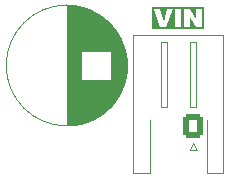
<source format=gbr>
%TF.GenerationSoftware,KiCad,Pcbnew,8.0.1*%
%TF.CreationDate,2025-01-30T00:04:43+09:00*%
%TF.ProjectId,Line-003-20241222,4c696e65-2d30-4303-932d-323032343132,rev?*%
%TF.SameCoordinates,Original*%
%TF.FileFunction,Legend,Top*%
%TF.FilePolarity,Positive*%
%FSLAX46Y46*%
G04 Gerber Fmt 4.6, Leading zero omitted, Abs format (unit mm)*
G04 Created by KiCad (PCBNEW 8.0.1) date 2025-01-30 00:04:43*
%MOMM*%
%LPD*%
G01*
G04 APERTURE LIST*
G04 Aperture macros list*
%AMRoundRect*
0 Rectangle with rounded corners*
0 $1 Rounding radius*
0 $2 $3 $4 $5 $6 $7 $8 $9 X,Y pos of 4 corners*
0 Add a 4 corners polygon primitive as box body*
4,1,4,$2,$3,$4,$5,$6,$7,$8,$9,$2,$3,0*
0 Add four circle primitives for the rounded corners*
1,1,$1+$1,$2,$3*
1,1,$1+$1,$4,$5*
1,1,$1+$1,$6,$7*
1,1,$1+$1,$8,$9*
0 Add four rect primitives between the rounded corners*
20,1,$1+$1,$2,$3,$4,$5,0*
20,1,$1+$1,$4,$5,$6,$7,0*
20,1,$1+$1,$6,$7,$8,$9,0*
20,1,$1+$1,$8,$9,$2,$3,0*%
%AMRotRect*
0 Rectangle, with rotation*
0 The origin of the aperture is its center*
0 $1 length*
0 $2 width*
0 $3 Rotation angle, in degrees counterclockwise*
0 Add horizontal line*
21,1,$1,$2,0,0,$3*%
G04 Aperture macros list end*
%ADD10C,0.100000*%
%ADD11C,0.120000*%
%ADD12R,2.000000X2.000000*%
%ADD13C,2.000000*%
%ADD14C,3.200000*%
%ADD15C,1.800000*%
%ADD16O,1.800000X1.800000*%
%ADD17R,1.800000X1.800000*%
%ADD18RoundRect,0.250000X0.600000X0.750000X-0.600000X0.750000X-0.600000X-0.750000X0.600000X-0.750000X0*%
%ADD19O,1.700000X2.000000*%
%ADD20RotRect,1.300000X1.300000X165.000000*%
%ADD21C,1.300000*%
%ADD22RotRect,1.300000X1.300000X247.500000*%
%ADD23RotRect,1.300000X1.300000X195.000000*%
%ADD24R,1.300000X1.300000*%
%ADD25RotRect,1.400000X1.400000X353.076000*%
%ADD26C,1.400000*%
%ADD27RotRect,1.400000X1.400000X89.998000*%
%ADD28R,1.400000X1.400000*%
%ADD29RotRect,1.300000X1.300000X187.500000*%
%ADD30RotRect,1.400000X1.400000X75.000000*%
%ADD31RotRect,1.300000X1.300000X225.000000*%
%ADD32RotRect,1.400000X1.400000X145.382000*%
%ADD33RotRect,1.400000X1.400000X67.500000*%
%ADD34RotRect,1.300000X1.300000X311.538000*%
%ADD35RotRect,1.400000X1.400000X76.152000*%
%ADD36RotRect,1.400000X1.400000X352.500000*%
%ADD37RotRect,1.300000X1.300000X345.000000*%
%ADD38RotRect,1.300000X1.300000X325.384000*%
%ADD39RotRect,1.400000X1.400000X186.920000*%
%ADD40RotRect,1.400000X1.400000X62.306000*%
%ADD41RotRect,1.300000X1.300000X315.000000*%
%ADD42RotRect,1.400000X1.400000X195.000000*%
%ADD43RotRect,1.400000X1.400000X112.500000*%
%ADD44RotRect,1.400000X1.400000X135.000000*%
%ADD45RotRect,1.400000X1.400000X165.000000*%
%ADD46RotRect,1.400000X1.400000X159.228000*%
%ADD47RotRect,1.400000X1.400000X105.000000*%
%ADD48RotRect,1.400000X1.400000X228.458000*%
%ADD49RotRect,1.300000X1.300000X15.000000*%
%ADD50RotRect,1.300000X1.300000X20.768000*%
%ADD51RotRect,1.300000X1.300000X214.612000*%
%ADD52RotRect,1.300000X1.300000X283.846000*%
%ADD53RotRect,1.400000X1.400000X117.690000*%
%ADD54RotRect,1.300000X1.300000X48.460000*%
%ADD55RotRect,1.400000X1.400000X173.074000*%
%ADD56RotRect,1.400000X1.400000X256.150000*%
%ADD57RotRect,1.400000X1.400000X187.500000*%
%ADD58RotRect,1.400000X1.400000X20.768000*%
%ADD59RotRect,1.300000X1.300000X62.306000*%
%ADD60RotRect,1.300000X1.300000X82.500000*%
%ADD61RotRect,1.400000X1.400000X6.922000*%
%ADD62RotRect,1.300000X1.300000X297.692000*%
%ADD63RotRect,1.300000X1.300000X97.500000*%
%ADD64RotRect,1.400000X1.400000X45.000000*%
%ADD65RotRect,1.300000X1.300000X117.690000*%
%ADD66RotRect,1.300000X1.300000X34.614000*%
%ADD67RotRect,1.400000X1.400000X200.766000*%
%ADD68RotRect,1.400000X1.400000X131.536000*%
%ADD69RotRect,1.300000X1.300000X75.000000*%
%ADD70RotRect,1.400000X1.400000X339.230000*%
%ADD71RotRect,1.300000X1.300000X186.920000*%
%ADD72RotRect,1.400000X1.400000X7.500000*%
%ADD73RotRect,1.300000X1.300000X352.500000*%
%ADD74RotRect,1.300000X1.300000X89.998000*%
%ADD75RotRect,1.400000X1.400000X48.460000*%
%ADD76RotRect,1.300000X1.300000X242.304000*%
%ADD77RotRect,1.400000X1.400000X345.000000*%
%ADD78RotRect,1.400000X1.400000X214.612000*%
%ADD79RotRect,1.300000X1.300000X228.458000*%
%ADD80RotRect,1.300000X1.300000X103.844000*%
%ADD81RotRect,1.300000X1.300000X105.000000*%
%ADD82RotRect,1.300000X1.300000X200.766000*%
%ADD83RotRect,1.300000X1.300000X159.228000*%
%ADD84RotRect,1.400000X1.400000X283.846000*%
%ADD85RotRect,1.400000X1.400000X34.614000*%
%ADD86RotRect,1.300000X1.300000X172.500000*%
%ADD87RotRect,1.300000X1.300000X173.074000*%
%ADD88RotRect,1.300000X1.300000X145.382000*%
%ADD89RotRect,1.400000X1.400000X97.500000*%
%ADD90RotRect,1.400000X1.400000X311.538000*%
%ADD91RotRect,1.300000X1.300000X131.536000*%
%ADD92RotRect,1.300000X1.300000X353.076000*%
%ADD93RotRect,1.300000X1.300000X7.500000*%
%ADD94RotRect,1.300000X1.300000X339.230000*%
%ADD95RotRect,1.400000X1.400000X15.000000*%
%ADD96RotRect,1.400000X1.400000X297.692000*%
%ADD97RotRect,1.300000X1.300000X292.500000*%
%ADD98RotRect,1.400000X1.400000X172.500000*%
%ADD99RotRect,1.300000X1.300000X256.150000*%
%ADD100RotRect,1.300000X1.300000X76.152000*%
%ADD101RotRect,1.400000X1.400000X82.500000*%
%ADD102RotRect,1.400000X1.400000X103.844000*%
%ADD103RotRect,1.300000X1.300000X6.922000*%
%ADD104RotRect,1.400000X1.400000X325.384000*%
%ADD105RotRect,1.400000X1.400000X242.304000*%
G04 APERTURE END LIST*
D10*
G36*
X2119022Y-47289167D02*
G01*
X-2260071Y-47289167D01*
X-2260071Y-45621871D01*
X-2093404Y-45621871D01*
X-1522609Y-47122500D01*
X-1016660Y-47122500D01*
X-456122Y-45621871D01*
X-292724Y-45621871D01*
X-292724Y-47122500D01*
X174756Y-47122500D01*
X174756Y-45621871D01*
X507781Y-45621871D01*
X507781Y-47122500D01*
X946685Y-47122500D01*
X946685Y-46281327D01*
X1512718Y-47122500D01*
X1952355Y-47122500D01*
X1952355Y-45621871D01*
X1512718Y-45621871D01*
X1512718Y-46467440D01*
X943754Y-45621871D01*
X507781Y-45621871D01*
X174756Y-45621871D01*
X-292724Y-45621871D01*
X-456122Y-45621871D01*
X-930198Y-45621871D01*
X-1265055Y-46701913D01*
X-1605041Y-45621871D01*
X-2093404Y-45621871D01*
X-2260071Y-45621871D01*
X-2260071Y-45455204D01*
X2119022Y-45455204D01*
X2119022Y-47289167D01*
G37*
D11*
%TO.C,C20*%
X-9467677Y-45320000D02*
X-9467677Y-55480000D01*
X-9427677Y-45320000D02*
X-9427677Y-55480000D01*
X-9387677Y-45320000D02*
X-9387677Y-55480000D01*
X-9347677Y-45321000D02*
X-9347677Y-55479000D01*
X-9307677Y-45322000D02*
X-9307677Y-55478000D01*
X-9267677Y-45323000D02*
X-9267677Y-55477000D01*
X-9227677Y-45325000D02*
X-9227677Y-55475000D01*
X-9187677Y-45327000D02*
X-9187677Y-55473000D01*
X-9147677Y-45330000D02*
X-9147677Y-55470000D01*
X-9107677Y-45332000D02*
X-9107677Y-55468000D01*
X-9067677Y-45335000D02*
X-9067677Y-55465000D01*
X-9027677Y-45338000D02*
X-9027677Y-55462000D01*
X-8987677Y-45342000D02*
X-8987677Y-55458000D01*
X-8947677Y-45346000D02*
X-8947677Y-55454000D01*
X-8907677Y-45350000D02*
X-8907677Y-55450000D01*
X-8867677Y-45355000D02*
X-8867677Y-55445000D01*
X-8827677Y-45360000D02*
X-8827677Y-55440000D01*
X-8787677Y-45365000D02*
X-8787677Y-55435000D01*
X-8746677Y-45370000D02*
X-8746677Y-55430000D01*
X-8706677Y-45376000D02*
X-8706677Y-55424000D01*
X-8666677Y-45382000D02*
X-8666677Y-55418000D01*
X-8626677Y-45389000D02*
X-8626677Y-55411000D01*
X-8586677Y-45396000D02*
X-8586677Y-55404000D01*
X-8546677Y-45403000D02*
X-8546677Y-55397000D01*
X-8506677Y-45410000D02*
X-8506677Y-55390000D01*
X-8466677Y-45418000D02*
X-8466677Y-55382000D01*
X-8426677Y-45426000D02*
X-8426677Y-55374000D01*
X-8386677Y-45435000D02*
X-8386677Y-55365000D01*
X-8346677Y-45444000D02*
X-8346677Y-55356000D01*
X-8306677Y-45453000D02*
X-8306677Y-55347000D01*
X-8266677Y-45462000D02*
X-8266677Y-55338000D01*
X-8226677Y-45472000D02*
X-8226677Y-55328000D01*
X-8186677Y-45482000D02*
X-8186677Y-49159000D01*
X-8186677Y-51641000D02*
X-8186677Y-55318000D01*
X-8146677Y-45493000D02*
X-8146677Y-49159000D01*
X-8146677Y-51641000D02*
X-8146677Y-55307000D01*
X-8106677Y-45503000D02*
X-8106677Y-49159000D01*
X-8106677Y-51641000D02*
X-8106677Y-55297000D01*
X-8066677Y-45515000D02*
X-8066677Y-49159000D01*
X-8066677Y-51641000D02*
X-8066677Y-55285000D01*
X-8026677Y-45526000D02*
X-8026677Y-49159000D01*
X-8026677Y-51641000D02*
X-8026677Y-55274000D01*
X-7986677Y-45538000D02*
X-7986677Y-49159000D01*
X-7986677Y-51641000D02*
X-7986677Y-55262000D01*
X-7946677Y-45550000D02*
X-7946677Y-49159000D01*
X-7946677Y-51641000D02*
X-7946677Y-55250000D01*
X-7906677Y-45563000D02*
X-7906677Y-49159000D01*
X-7906677Y-51641000D02*
X-7906677Y-55237000D01*
X-7866677Y-45576000D02*
X-7866677Y-49159000D01*
X-7866677Y-51641000D02*
X-7866677Y-55224000D01*
X-7826677Y-45589000D02*
X-7826677Y-49159000D01*
X-7826677Y-51641000D02*
X-7826677Y-55211000D01*
X-7786677Y-45603000D02*
X-7786677Y-49159000D01*
X-7786677Y-51641000D02*
X-7786677Y-55197000D01*
X-7746677Y-45617000D02*
X-7746677Y-49159000D01*
X-7746677Y-51641000D02*
X-7746677Y-55183000D01*
X-7706677Y-45632000D02*
X-7706677Y-49159000D01*
X-7706677Y-51641000D02*
X-7706677Y-55168000D01*
X-7666677Y-45646000D02*
X-7666677Y-49159000D01*
X-7666677Y-51641000D02*
X-7666677Y-55154000D01*
X-7626677Y-45662000D02*
X-7626677Y-49159000D01*
X-7626677Y-51641000D02*
X-7626677Y-55138000D01*
X-7586677Y-45677000D02*
X-7586677Y-49159000D01*
X-7586677Y-51641000D02*
X-7586677Y-55123000D01*
X-7546677Y-45693000D02*
X-7546677Y-49159000D01*
X-7546677Y-51641000D02*
X-7546677Y-55107000D01*
X-7506677Y-45710000D02*
X-7506677Y-49159000D01*
X-7506677Y-51641000D02*
X-7506677Y-55090000D01*
X-7466677Y-45726000D02*
X-7466677Y-49159000D01*
X-7466677Y-51641000D02*
X-7466677Y-55074000D01*
X-7426677Y-45743000D02*
X-7426677Y-49159000D01*
X-7426677Y-51641000D02*
X-7426677Y-55057000D01*
X-7386677Y-45761000D02*
X-7386677Y-49159000D01*
X-7386677Y-51641000D02*
X-7386677Y-55039000D01*
X-7346677Y-45779000D02*
X-7346677Y-49159000D01*
X-7346677Y-51641000D02*
X-7346677Y-55021000D01*
X-7306677Y-45797000D02*
X-7306677Y-49159000D01*
X-7306677Y-51641000D02*
X-7306677Y-55003000D01*
X-7266677Y-45816000D02*
X-7266677Y-49159000D01*
X-7266677Y-51641000D02*
X-7266677Y-54984000D01*
X-7226677Y-45836000D02*
X-7226677Y-49159000D01*
X-7226677Y-51641000D02*
X-7226677Y-54964000D01*
X-7186677Y-45855000D02*
X-7186677Y-49159000D01*
X-7186677Y-51641000D02*
X-7186677Y-54945000D01*
X-7146677Y-45875000D02*
X-7146677Y-49159000D01*
X-7146677Y-51641000D02*
X-7146677Y-54925000D01*
X-7106677Y-45896000D02*
X-7106677Y-49159000D01*
X-7106677Y-51641000D02*
X-7106677Y-54904000D01*
X-7066677Y-45917000D02*
X-7066677Y-49159000D01*
X-7066677Y-51641000D02*
X-7066677Y-54883000D01*
X-7026677Y-45938000D02*
X-7026677Y-49159000D01*
X-7026677Y-51641000D02*
X-7026677Y-54862000D01*
X-6986677Y-45960000D02*
X-6986677Y-49159000D01*
X-6986677Y-51641000D02*
X-6986677Y-54840000D01*
X-6946677Y-45983000D02*
X-6946677Y-49159000D01*
X-6946677Y-51641000D02*
X-6946677Y-54817000D01*
X-6906677Y-46005000D02*
X-6906677Y-49159000D01*
X-6906677Y-51641000D02*
X-6906677Y-54795000D01*
X-6866677Y-46029000D02*
X-6866677Y-49159000D01*
X-6866677Y-51641000D02*
X-6866677Y-54771000D01*
X-6826677Y-46053000D02*
X-6826677Y-49159000D01*
X-6826677Y-51641000D02*
X-6826677Y-54747000D01*
X-6786677Y-46077000D02*
X-6786677Y-49159000D01*
X-6786677Y-51641000D02*
X-6786677Y-54723000D01*
X-6746677Y-46102000D02*
X-6746677Y-49159000D01*
X-6746677Y-51641000D02*
X-6746677Y-54698000D01*
X-6706677Y-46127000D02*
X-6706677Y-49159000D01*
X-6706677Y-51641000D02*
X-6706677Y-54673000D01*
X-6666677Y-46153000D02*
X-6666677Y-49159000D01*
X-6666677Y-51641000D02*
X-6666677Y-54647000D01*
X-6626677Y-46179000D02*
X-6626677Y-49159000D01*
X-6626677Y-51641000D02*
X-6626677Y-54621000D01*
X-6586677Y-46206000D02*
X-6586677Y-49159000D01*
X-6586677Y-51641000D02*
X-6586677Y-54594000D01*
X-6546677Y-46234000D02*
X-6546677Y-49159000D01*
X-6546677Y-51641000D02*
X-6546677Y-54566000D01*
X-6506677Y-46262000D02*
X-6506677Y-49159000D01*
X-6506677Y-51641000D02*
X-6506677Y-54538000D01*
X-6466677Y-46290000D02*
X-6466677Y-49159000D01*
X-6466677Y-51641000D02*
X-6466677Y-54510000D01*
X-6426677Y-46320000D02*
X-6426677Y-49159000D01*
X-6426677Y-51641000D02*
X-6426677Y-54480000D01*
X-6386677Y-46350000D02*
X-6386677Y-49159000D01*
X-6386677Y-51641000D02*
X-6386677Y-54450000D01*
X-6346677Y-46380000D02*
X-6346677Y-49159000D01*
X-6346677Y-51641000D02*
X-6346677Y-54420000D01*
X-6306677Y-46411000D02*
X-6306677Y-49159000D01*
X-6306677Y-51641000D02*
X-6306677Y-54389000D01*
X-6266677Y-46443000D02*
X-6266677Y-49159000D01*
X-6266677Y-51641000D02*
X-6266677Y-54357000D01*
X-6226677Y-46475000D02*
X-6226677Y-49159000D01*
X-6226677Y-51641000D02*
X-6226677Y-54325000D01*
X-6186677Y-46508000D02*
X-6186677Y-49159000D01*
X-6186677Y-51641000D02*
X-6186677Y-54292000D01*
X-6146677Y-46542000D02*
X-6146677Y-49159000D01*
X-6146677Y-51641000D02*
X-6146677Y-54258000D01*
X-6106677Y-46576000D02*
X-6106677Y-49159000D01*
X-6106677Y-51641000D02*
X-6106677Y-54224000D01*
X-6066677Y-46611000D02*
X-6066677Y-49159000D01*
X-6066677Y-51641000D02*
X-6066677Y-54189000D01*
X-6026677Y-46647000D02*
X-6026677Y-49159000D01*
X-6026677Y-51641000D02*
X-6026677Y-54153000D01*
X-5986677Y-46684000D02*
X-5986677Y-49159000D01*
X-5986677Y-51641000D02*
X-5986677Y-54116000D01*
X-5946677Y-46721000D02*
X-5946677Y-49159000D01*
X-5946677Y-51641000D02*
X-5946677Y-54079000D01*
X-5906677Y-46760000D02*
X-5906677Y-49159000D01*
X-5906677Y-51641000D02*
X-5906677Y-54040000D01*
X-5866677Y-46799000D02*
X-5866677Y-49159000D01*
X-5866677Y-51641000D02*
X-5866677Y-54001000D01*
X-5826677Y-46839000D02*
X-5826677Y-49159000D01*
X-5826677Y-51641000D02*
X-5826677Y-53961000D01*
X-5786677Y-46880000D02*
X-5786677Y-49159000D01*
X-5786677Y-51641000D02*
X-5786677Y-53920000D01*
X-5746677Y-46922000D02*
X-5746677Y-49159000D01*
X-5746677Y-51641000D02*
X-5746677Y-53878000D01*
X-5706677Y-46964000D02*
X-5706677Y-53836000D01*
X-5666677Y-47008000D02*
X-5666677Y-53792000D01*
X-5626677Y-47053000D02*
X-5626677Y-53747000D01*
X-5586677Y-47099000D02*
X-5586677Y-53701000D01*
X-5546677Y-47146000D02*
X-5546677Y-53654000D01*
X-5506677Y-47194000D02*
X-5506677Y-53606000D01*
X-5466677Y-47244000D02*
X-5466677Y-53556000D01*
X-5426677Y-47294000D02*
X-5426677Y-53506000D01*
X-5386677Y-47346000D02*
X-5386677Y-53454000D01*
X-5346677Y-47400000D02*
X-5346677Y-53400000D01*
X-5306677Y-47455000D02*
X-5306677Y-53345000D01*
X-5266677Y-47511000D02*
X-5266677Y-53289000D01*
X-5226677Y-47570000D02*
X-5226677Y-53230000D01*
X-5186677Y-47630000D02*
X-5186677Y-53170000D01*
X-5146677Y-47691000D02*
X-5146677Y-53109000D01*
X-5106677Y-47755000D02*
X-5106677Y-53045000D01*
X-5066677Y-47821000D02*
X-5066677Y-52979000D01*
X-5026677Y-47890000D02*
X-5026677Y-52910000D01*
X-4986677Y-47961000D02*
X-4986677Y-52839000D01*
X-4946677Y-48035000D02*
X-4946677Y-52765000D01*
X-4906677Y-48111000D02*
X-4906677Y-52689000D01*
X-4866677Y-48191000D02*
X-4866677Y-52609000D01*
X-4826677Y-48275000D02*
X-4826677Y-52525000D01*
X-4786677Y-48363000D02*
X-4786677Y-52437000D01*
X-4746677Y-48456000D02*
X-4746677Y-52344000D01*
X-4706677Y-48554000D02*
X-4706677Y-52246000D01*
X-4666677Y-48658000D02*
X-4666677Y-52142000D01*
X-4626677Y-48770000D02*
X-4626677Y-52030000D01*
X-4586677Y-48890000D02*
X-4586677Y-51910000D01*
X-4546677Y-49022000D02*
X-4546677Y-51778000D01*
X-4506677Y-49170000D02*
X-4506677Y-51630000D01*
X-4466677Y-49338000D02*
X-4466677Y-51462000D01*
X-4426677Y-49538000D02*
X-4426677Y-51262000D01*
X-4386677Y-49801000D02*
X-4386677Y-50999000D01*
X-4347677Y-50400000D02*
G75*
G02*
X-14587677Y-50400000I-5120000J0D01*
G01*
X-14587677Y-50400000D02*
G75*
G02*
X-4347677Y-50400000I5120000J0D01*
G01*
%TO.C,J1*%
X-3810000Y-47790000D02*
X-3810000Y-59510000D01*
X-3810000Y-59510000D02*
X-2390000Y-59510000D01*
X-2390000Y-59510000D02*
X-2390000Y-55010000D01*
X-1500000Y-48400000D02*
X-1500000Y-53900000D01*
X-1500000Y-53900000D02*
X-1000000Y-53900000D01*
X-1000000Y-48400000D02*
X-1500000Y-48400000D01*
X-1000000Y-53900000D02*
X-1000000Y-48400000D01*
X0Y-47790000D02*
X-3810000Y-47790000D01*
X0Y-47790000D02*
X3810000Y-47790000D01*
X950000Y-57600000D02*
X1250000Y-57000000D01*
X1000000Y-48400000D02*
X1000000Y-53900000D01*
X1000000Y-53900000D02*
X1500000Y-53900000D01*
X1250000Y-57000000D02*
X1550000Y-57600000D01*
X1500000Y-48400000D02*
X1000000Y-48400000D01*
X1500000Y-53900000D02*
X1500000Y-48400000D01*
X1550000Y-57600000D02*
X950000Y-57600000D01*
X2390000Y-59510000D02*
X2390000Y-55010000D01*
X3810000Y-47790000D02*
X3810000Y-59510000D01*
X3810000Y-59510000D02*
X2390000Y-59510000D01*
%TD*%
%LPC*%
D12*
%TO.C,C20*%
X-11967677Y-50400000D03*
D13*
X-6967677Y-50400000D03*
%TD*%
D14*
%TO.C,REF\u002A\u002A*%
X-47070669Y24999019D03*
%TD*%
%TO.C,REF\u002A\u002A*%
X79994425Y25636949D03*
%TD*%
D15*
%TO.C,U62*%
X-85777521Y-15240879D03*
X-85777521Y-17780879D03*
D16*
X-88317521Y-15240879D03*
X-88317521Y-17780879D03*
D15*
X-42597521Y-879D03*
X-80697521Y17779121D03*
X-80697521Y15239121D03*
X-78157521Y17779121D03*
X-78157521Y15239121D03*
X-75617521Y17779121D03*
X-75617521Y15239121D03*
X-73077521Y17779121D03*
X-73077521Y15239121D03*
X-70537521Y17779121D03*
X-70537521Y15239121D03*
X-67997521Y17779121D03*
X-67997521Y15239121D03*
X-65457521Y17779121D03*
X-65457521Y15239121D03*
X-62917521Y17779121D03*
X-62917521Y15239121D03*
X-83237521Y-15240879D03*
X-78157521Y-15240879D03*
X-78157521Y-17780879D03*
X-75617521Y-15240879D03*
X-75617521Y-17780879D03*
X-73077521Y-15240879D03*
X-73077521Y-17780879D03*
X-70537521Y-15240879D03*
X-70537521Y-17780879D03*
X-67997521Y-15240879D03*
X-67997521Y-17780879D03*
X-65457521Y-15240879D03*
X-65457521Y-17780879D03*
X-62917521Y-15240879D03*
X-62917521Y-17780879D03*
X-60377521Y-15240879D03*
X-60377521Y-17780879D03*
X-57837521Y-15240879D03*
X-57837521Y-17780879D03*
X-55297521Y-15240879D03*
X-55297521Y-17780879D03*
X-52757521Y-15240879D03*
X-52757521Y-17780879D03*
X-50217521Y-15240879D03*
X-50217521Y-17780879D03*
X-47677521Y-15240879D03*
X-47677521Y-17780879D03*
X-45137521Y-15240879D03*
X-45137521Y-17780879D03*
X-42597521Y-15240879D03*
X-42597521Y-17780879D03*
X-60377521Y17779121D03*
X-60377521Y15239121D03*
X-57837521Y17779121D03*
X-57837521Y15239121D03*
X-55297521Y17779121D03*
X-55297521Y15239121D03*
X-52757521Y17779121D03*
X-52757521Y15239121D03*
X-50217521Y17779121D03*
X-50217521Y15239121D03*
X-47677521Y17779121D03*
X-47677521Y15239121D03*
X-45137521Y17779121D03*
X-45137521Y15239121D03*
X-42597521Y17779121D03*
X-42597521Y15239121D03*
X-42597521Y12699121D03*
X-45137521Y12699121D03*
X-42597521Y10159121D03*
X-45137521Y10159121D03*
X-42597521Y7619121D03*
X-45137521Y7619121D03*
D17*
X-90857521Y-15240879D03*
X-90857521Y-17780879D03*
X-42597521Y-5080879D03*
D15*
X-45137521Y-879D03*
X-42597521Y-2540879D03*
X-45137521Y-5080879D03*
X-83237521Y-17780879D03*
X-80697521Y-15240879D03*
X-45137521Y-2540879D03*
X-80697521Y-17780879D03*
X-93397521Y-15240879D03*
X-93397521Y-17780879D03*
%TD*%
D14*
%TO.C,REF\u002A\u002A*%
X47075818Y-25000968D03*
%TD*%
%TO.C,REF\u002A\u002A*%
X87393986Y-31808854D03*
%TD*%
%TO.C,REF\u002A\u002A*%
X87393986Y31806892D03*
%TD*%
%TO.C,REF\u002A\u002A*%
X-47070669Y-25000981D03*
%TD*%
%TO.C,REF\u002A\u002A*%
X-79989281Y-25638911D03*
%TD*%
%TO.C,REF\u002A\u002A*%
X-87388842Y31806892D03*
%TD*%
%TO.C,REF\u002A\u002A*%
X25640502Y-79992834D03*
%TD*%
%TO.C,REF\u002A\u002A*%
X31810445Y-87392395D03*
%TD*%
D18*
%TO.C,J1*%
X1250000Y-55500000D03*
D19*
X-1250000Y-55500000D03*
%TD*%
D14*
%TO.C,REF\u002A\u002A*%
X30316322Y92112824D03*
%TD*%
%TO.C,REF\u002A\u002A*%
X79994425Y-25638911D03*
%TD*%
%TO.C,REF\u002A\u002A*%
X-87388828Y-31808881D03*
%TD*%
D13*
%TO.C,J2*%
X-37997528Y5999123D03*
X-37997528Y1999123D03*
X-37997528Y-2000877D03*
X-37997528Y-6000877D03*
%TD*%
D14*
%TO.C,REF\u002A\u002A*%
X-37686219Y-37689772D03*
%TD*%
%TO.C,REF\u002A\u002A*%
X-79989281Y25636949D03*
%TD*%
%TO.C,REF\u002A\u002A*%
X-25635358Y-79992831D03*
%TD*%
%TO.C,REF\u002A\u002A*%
X-30311177Y92112824D03*
%TD*%
%TO.C,REF\u002A\u002A*%
X37691364Y37687811D03*
%TD*%
%TO.C,REF\u002A\u002A*%
X-31805301Y-87392395D03*
%TD*%
%TO.C,REF\u002A\u002A*%
X-81767428Y11429019D03*
%TD*%
%TO.C,REF\u002A\u002A*%
X37691363Y-37689772D03*
%TD*%
%TO.C,REF\u002A\u002A*%
X-37686220Y37687811D03*
%TD*%
%TO.C,REF\u002A\u002A*%
X47075813Y24999019D03*
%TD*%
D20*
%TO.C,U42*%
X91021644Y-24389396D03*
D21*
X93475096Y-25046796D03*
%TD*%
D22*
%TO.C,U30*%
X-13877473Y80661453D03*
D21*
X-12905457Y83008107D03*
%TD*%
D23*
%TO.C,U46*%
X91021644Y24387642D03*
D21*
X93475096Y25045042D03*
%TD*%
D24*
%TO.C,U34*%
X-94228664Y-876D03*
D21*
X-96768664Y-876D03*
%TD*%
D25*
%TO.C,D7*%
X-63798795Y7747041D03*
D26*
X-61277319Y7440837D03*
%TD*%
D27*
%TO.C,D14*%
X236Y-64270878D03*
D26*
X324Y-61730878D03*
%TD*%
D28*
%TO.C,D39*%
X2454Y-91770877D03*
D26*
X2454Y-89230877D03*
%TD*%
D29*
%TO.C,U45*%
X93426303Y12298607D03*
D21*
X95944573Y12630143D03*
%TD*%
D28*
%TO.C,D44*%
X91772454Y-877D03*
D26*
X89232454Y-877D03*
%TD*%
D30*
%TO.C,D37*%
X-23749370Y-88643890D03*
D26*
X-23091970Y-86190438D03*
%TD*%
D31*
%TO.C,U31*%
X-25644309Y88523801D03*
D21*
X-23848257Y90319853D03*
%TD*%
D28*
%TO.C,D34*%
X-91768664Y-876D03*
D26*
X-89228664Y-876D03*
%TD*%
D32*
%TO.C,D18*%
X52893985Y-36512814D03*
D26*
X50803671Y-35069834D03*
%TD*%
D33*
%TO.C,D30*%
X-15790891Y76042055D03*
D26*
X-14818875Y78388709D03*
%TD*%
D34*
%TO.C,U4*%
X-44247293Y49947600D03*
D21*
X-45931609Y51848830D03*
%TD*%
D35*
%TO.C,D13*%
X-15380349Y-62402813D03*
D26*
X-14772407Y-59936641D03*
%TD*%
D36*
%TO.C,D33*%
X-90982441Y11977512D03*
D26*
X-88464171Y11645976D03*
%TD*%
D37*
%TO.C,U32*%
X-91016736Y24387642D03*
D21*
X-93470188Y25045042D03*
%TD*%
D38*
%TO.C,U5*%
X-54914826Y37906671D03*
D21*
X-57005190Y39349577D03*
%TD*%
D39*
%TO.C,D21*%
X63804293Y7742587D03*
D26*
X61282797Y7436559D03*
%TD*%
D40*
%TO.C,D12*%
X-29866960Y-56908255D03*
D26*
X-28686496Y-54659231D03*
%TD*%
D41*
%TO.C,U27*%
X25649217Y88523801D03*
D21*
X23853165Y90319853D03*
%TD*%
D42*
%TO.C,D46*%
X88645467Y23750947D03*
D26*
X86192015Y23093547D03*
%TD*%
D43*
%TO.C,D28*%
X15795800Y76042055D03*
D26*
X14823784Y78388709D03*
%TD*%
D44*
%TO.C,D27*%
X29184751Y84988267D03*
D26*
X27388699Y86784319D03*
%TD*%
D45*
%TO.C,D42*%
X88645467Y-23752701D03*
D26*
X86192015Y-23095301D03*
%TD*%
D46*
%TO.C,D19*%
X60094871Y-22794239D03*
D26*
X57719973Y-21893427D03*
%TD*%
D47*
%TO.C,D41*%
X23754278Y-88643890D03*
D26*
X23096878Y-86190438D03*
%TD*%
D48*
%TO.C,D24*%
X42624342Y48103275D03*
D26*
X40939894Y46202161D03*
%TD*%
D49*
%TO.C,U36*%
X-91016737Y-24389396D03*
D21*
X-93470189Y-25046796D03*
%TD*%
D50*
%TO.C,U9*%
X-62391663Y-23662322D03*
D21*
X-64766623Y-24562968D03*
%TD*%
D51*
%TO.C,U23*%
X54922431Y37902837D03*
D21*
X57012895Y39345597D03*
%TD*%
D52*
%TO.C,U2*%
X-15966880Y64790111D03*
D21*
X-16574736Y67256305D03*
%TD*%
D53*
%TO.C,D16*%
X29867945Y-56910340D03*
D26*
X28687639Y-54661234D03*
%TD*%
D24*
%TO.C,U1*%
X2479Y66729121D03*
D21*
X2479Y69269121D03*
%TD*%
D54*
%TO.C,U11*%
X-44249037Y-49947813D03*
D21*
X-45933419Y-51848985D03*
%TD*%
D55*
%TO.C,D20*%
X63803482Y-7751026D03*
D26*
X61282018Y-7444734D03*
%TD*%
D56*
%TO.C,D26*%
X15387485Y62400519D03*
D26*
X14779457Y59934367D03*
%TD*%
D57*
%TO.C,D45*%
X90987348Y11977512D03*
D26*
X88469078Y11645976D03*
%TD*%
D58*
%TO.C,D9*%
X-60091504Y-22790044D03*
D26*
X-57716544Y-21889398D03*
%TD*%
D59*
%TO.C,U12*%
X-31010243Y-59086443D03*
D21*
X-32190707Y-61335467D03*
%TD*%
D60*
%TO.C,U38*%
X-12297029Y-93424726D03*
D21*
X-12628565Y-95942996D03*
%TD*%
D61*
%TO.C,D8*%
X-63799065Y-7746572D03*
D26*
X-61277579Y-7440456D03*
%TD*%
D62*
%TO.C,U3*%
X-31008181Y59085768D03*
D21*
X-32188565Y61334832D03*
%TD*%
D63*
%TO.C,U40*%
X12301938Y-93424726D03*
D21*
X12633474Y-95942996D03*
%TD*%
D64*
%TO.C,D31*%
X-29179843Y84988267D03*
D26*
X-27383791Y86784319D03*
%TD*%
D65*
%TO.C,U16*%
X31011076Y-59088608D03*
D21*
X32191382Y-61337714D03*
%TD*%
D66*
%TO.C,U10*%
X-54916150Y-37906512D03*
D21*
X-57006564Y-39349346D03*
%TD*%
D67*
%TO.C,D22*%
X60097257Y22786188D03*
D26*
X57722265Y21885626D03*
%TD*%
D68*
%TO.C,D17*%
X42619305Y-48109495D03*
D26*
X40935055Y-46208205D03*
%TD*%
D69*
%TO.C,U37*%
X-24386065Y-91020067D03*
D21*
X-25043465Y-93473519D03*
%TD*%
D70*
%TO.C,D6*%
X-60090709Y22790383D03*
D26*
X-57715779Y21889655D03*
%TD*%
D71*
%TO.C,U21*%
X66246374Y8038976D03*
D21*
X68767870Y8345004D03*
%TD*%
D72*
%TO.C,D35*%
X-90982441Y-11979265D03*
D26*
X-88464171Y-11647729D03*
%TD*%
D73*
%TO.C,U33*%
X-93421396Y12298607D03*
D21*
X-95939666Y12630143D03*
%TD*%
D28*
%TO.C,D29*%
X2455Y72900564D03*
D26*
X2455Y75440564D03*
%TD*%
D74*
%TO.C,U14*%
X150Y-66730878D03*
D21*
X62Y-69270878D03*
%TD*%
D75*
%TO.C,D11*%
X-42617705Y-48106520D03*
D26*
X-40933323Y-46205348D03*
%TD*%
D76*
%TO.C,U25*%
X31017263Y59083603D03*
D21*
X32197805Y61332585D03*
%TD*%
D77*
%TO.C,D32*%
X-88640559Y23750947D03*
D26*
X-86187107Y23093547D03*
%TD*%
D24*
%TO.C,U29*%
X2455Y77900564D03*
D21*
X2455Y80440564D03*
%TD*%
D78*
%TO.C,D23*%
X52897808Y36505517D03*
D26*
X50807344Y35062757D03*
%TD*%
D79*
%TO.C,U24*%
X44255739Y49944509D03*
D21*
X45940187Y51845623D03*
%TD*%
D80*
%TO.C,U15*%
X15969577Y-64792425D03*
D21*
X16577347Y-67258643D03*
%TD*%
D81*
%TO.C,U41*%
X24390973Y-91020067D03*
D21*
X25048373Y-93473519D03*
%TD*%
D82*
%TO.C,U22*%
X62397447Y23658387D03*
D21*
X64772439Y24558949D03*
%TD*%
D83*
%TO.C,U19*%
X62394968Y-23666678D03*
D21*
X64769866Y-24567490D03*
%TD*%
D84*
%TO.C,D2*%
X-15378171Y62401592D03*
D26*
X-14770315Y59935398D03*
%TD*%
D85*
%TO.C,D10*%
X-52891576Y-36509122D03*
D26*
X-50801162Y-35066288D03*
%TD*%
D86*
%TO.C,U43*%
X93426303Y-12300360D03*
D21*
X95944573Y-12631896D03*
%TD*%
D87*
%TO.C,U20*%
X66245532Y-8047671D03*
D21*
X68766996Y-8353963D03*
%TD*%
D28*
%TO.C,D1*%
X2479Y64269121D03*
D26*
X2479Y61729121D03*
%TD*%
D88*
%TO.C,U18*%
X54918461Y-37910346D03*
D21*
X57008775Y-39353326D03*
%TD*%
D89*
%TO.C,D40*%
X11980843Y-90985771D03*
D26*
X11649307Y-88467501D03*
%TD*%
D90*
%TO.C,D4*%
X-42616026Y48106249D03*
D26*
X-40931710Y46205019D03*
%TD*%
D91*
%TO.C,U17*%
X44250508Y-49950902D03*
D21*
X45934758Y-51852192D03*
%TD*%
D24*
%TO.C,U39*%
X2454Y-94230877D03*
D21*
X2454Y-96770877D03*
%TD*%
D92*
%TO.C,U7*%
X-66240854Y8043600D03*
D21*
X-68762330Y8349804D03*
%TD*%
D93*
%TO.C,U35*%
X-93421396Y-12300359D03*
D21*
X-95939666Y-12631895D03*
%TD*%
D94*
%TO.C,U6*%
X-62390836Y23662742D03*
D21*
X-64765766Y24563470D03*
%TD*%
D95*
%TO.C,D36*%
X-88640560Y-23752700D03*
D26*
X-86187108Y-23095300D03*
%TD*%
D96*
%TO.C,D3*%
X-29864973Y56907539D03*
D26*
X-28684589Y54658475D03*
%TD*%
D97*
%TO.C,U28*%
X13882382Y80661453D03*
D21*
X12910366Y83008107D03*
%TD*%
D98*
%TO.C,D43*%
X90987348Y-11979265D03*
D26*
X88469078Y-11647729D03*
%TD*%
D99*
%TO.C,U26*%
X15976362Y64788996D03*
D21*
X16584390Y67255148D03*
%TD*%
D100*
%TO.C,U13*%
X-15969142Y-64791312D03*
D21*
X-16577084Y-67257484D03*
%TD*%
D101*
%TO.C,D38*%
X-11975934Y-90985771D03*
D26*
X-11644398Y-88467501D03*
%TD*%
D102*
%TO.C,D15*%
X15380951Y-62403889D03*
D26*
X14773181Y-59937671D03*
%TD*%
D103*
%TO.C,U8*%
X-66241135Y-8043046D03*
D21*
X-68762621Y-8349162D03*
%TD*%
D104*
%TO.C,D5*%
X-52890302Y36509209D03*
D26*
X-50799938Y35066303D03*
%TD*%
D105*
%TO.C,D25*%
X29873904Y56905454D03*
D26*
X28693362Y54656472D03*
%TD*%
D24*
%TO.C,U44*%
X94232454Y-877D03*
D21*
X96772454Y-877D03*
%TD*%
%LPD*%
M02*

</source>
